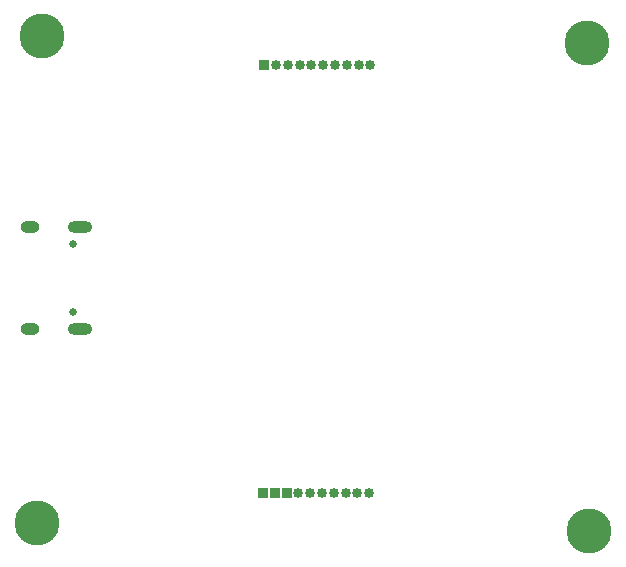
<source format=gbr>
%TF.GenerationSoftware,KiCad,Pcbnew,8.0.3*%
%TF.CreationDate,2024-10-14T16:47:46+01:00*%
%TF.ProjectId,nPM1300 kicad design,6e504d31-3330-4302-906b-696361642064,rev?*%
%TF.SameCoordinates,Original*%
%TF.FileFunction,Soldermask,Bot*%
%TF.FilePolarity,Negative*%
%FSLAX46Y46*%
G04 Gerber Fmt 4.6, Leading zero omitted, Abs format (unit mm)*
G04 Created by KiCad (PCBNEW 8.0.3) date 2024-10-14 16:47:46*
%MOMM*%
%LPD*%
G01*
G04 APERTURE LIST*
%ADD10C,3.800000*%
%ADD11C,0.650000*%
%ADD12O,2.100000X1.000000*%
%ADD13O,1.600000X1.000000*%
%ADD14R,0.850000X0.850000*%
%ADD15O,0.850000X0.850000*%
G04 APERTURE END LIST*
D10*
%TO.C,H1*%
X101700000Y-90100000D03*
%TD*%
%TO.C,H3*%
X148400000Y-90800000D03*
%TD*%
%TO.C,H2*%
X102100000Y-48900000D03*
%TD*%
%TO.C,H4*%
X148200000Y-49500000D03*
%TD*%
D11*
%TO.C,J1*%
X104750000Y-66490000D03*
X104750000Y-72270000D03*
D12*
X105280000Y-65060000D03*
D13*
X101100000Y-65060000D03*
D12*
X105280000Y-73700000D03*
D13*
X101100000Y-73700000D03*
%TD*%
D14*
%TO.C,J2*%
X120800000Y-87600000D03*
X121800000Y-87600000D03*
X122800000Y-87600000D03*
D15*
X123800000Y-87600000D03*
X124800000Y-87600000D03*
X125800000Y-87600000D03*
X126800000Y-87600000D03*
X127800000Y-87600000D03*
X128800000Y-87600000D03*
X129800000Y-87600000D03*
%TD*%
D14*
%TO.C,J3*%
X120900000Y-51300000D03*
D15*
X121900000Y-51300000D03*
X122900000Y-51300000D03*
X123900000Y-51300000D03*
X124900000Y-51300000D03*
X125900000Y-51300000D03*
X126900000Y-51300000D03*
X127900000Y-51300000D03*
X128900000Y-51300000D03*
X129900000Y-51300000D03*
%TD*%
M02*

</source>
